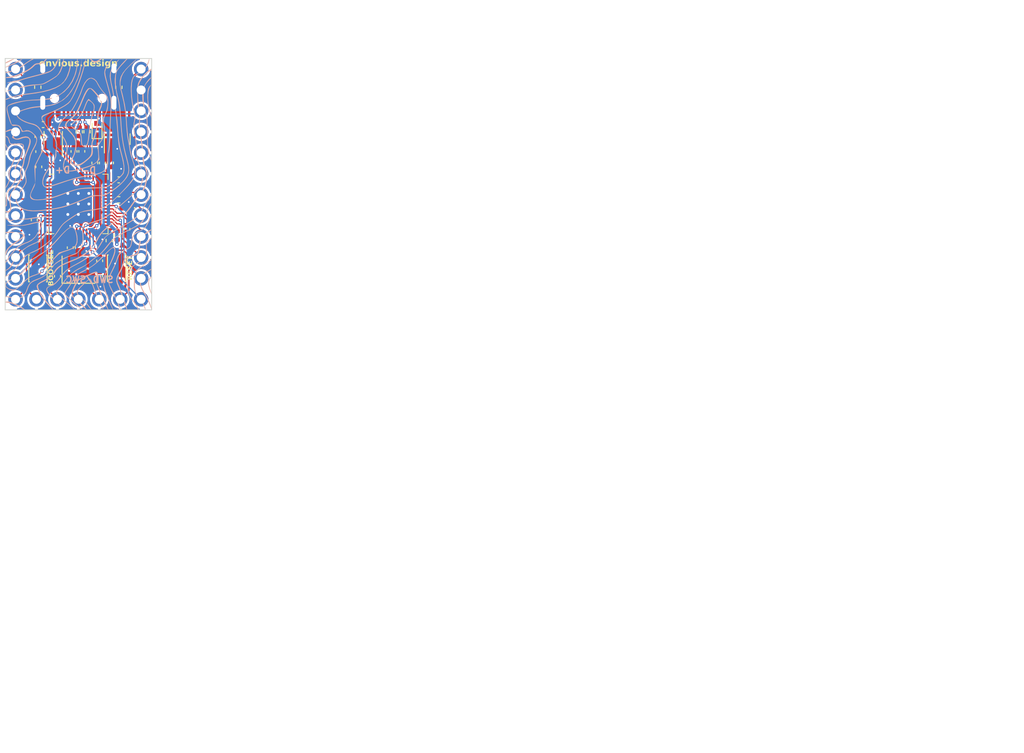
<source format=kicad_pcb>
(kicad_pcb (version 20221018) (generator pcbnew)
  (title_block (title "Env Open Pico") (date "2021-09-14") (rev "REV1") (company "Envious.Design"))
  (layers (0 "F.Cu" signal) (31 "B.Cu" signal) (34 "B.Paste" user) (35 "F.Paste" user) (36 "B.SilkS" user "B.Silkscreen") (37 "F.SilkS" user "F.Silkscreen") (38 "B.Mask" user) (39 "F.Mask" user) (44 "Edge.Cuts" user))
  (net 0 "")
  (net 1 "GND")
  (net 2 "VBUS")
  (net 3 "+1V1")
  (net 4 "/~{USB_BOOT}")
  (net 5 "/GPIO15")
  (net 6 "/GPIO14")
  (net 7 "/GPIO13")
  (net 8 "/GPIO12")
  (net 9 "/GPIO10")
  (net 10 "/GPIO9")
  (net 11 "/GPIO8")
  (net 12 "/GPIO7")
  (net 13 "/GPIO6")
  (net 14 "/GPIO5")
  (net 15 "/GPIO4")
  (net 16 "/GPIO3")
  (net 17 "/GPIO2")
  (net 18 "/GPIO1")
  (net 19 "/GPIO0")
  (net 20 "/GPIO25")
  (net 21 "/GPIO22")
  (net 22 "/GPIO21")
  (net 23 "/GPIO20")
  (net 24 "/GPIO19")
  (net 25 "/GPIO18")
  (net 26 "/GPIO17")
  (net 27 "/GPIO16")
  (net 28 "/RUN")
  (net 29 "/SWD")
  (net 30 "/SWCLK")
  (net 31 "/QSPI_SS")
  (net 32 "Net-(U3-XIN)")
  (net 33 "Net-(GPIO25_LED1-A)")
  (net 34 "/QSPI_SD3")
  (net 35 "/QSPI_SCLK")
  (net 36 "/QSPI_SD0")
  (net 37 "/QSPI_SD2")
  (net 38 "/QSPI_SD1")
  (net 39 "Net-(U3-USB_DP)")
  (net 40 "Net-(U3-USB_DM)")
  (net 41 "USB_D+")
  (net 42 "USB_D-")
  (net 43 "+3V3")
  (net 44 "Net-(C2-Pad1)")
  (net 45 "/GPIO23")
  (net 46 "/GPIO11")
  (net 47 "/GPIO29_ADC3")
  (net 48 "/GPIO28_ADC2")
  (net 49 "/GPIO27_ADC1")
  (net 50 "/GPIO26_ADC0")
  (net 51 "/GPIO24")
  (net 52 "Net-(U3-XOUT)")
  (net 53 "VSYS")
  (net 54 "Net-(USB2-CC1)")
  (net 55 "Net-(USB2-CC2)")
  (footprint "RP2040_minimal:RP2040-QFN-56" (layer "F.Cu") (at 39.7 43.675)
    (fp_text reference "U3")
    (fp_text value "RP2040")
  )
  (footprint "Keebio-Parts:Elite-C" (layer "F.Cu") (at 39.7 41.275 -90)
    (fp_text reference "U2" hide)
    (fp_text value "Elite-C" hide)
  )
  (footprint "Capacitor_SMD:C_0402_1005Metric" (layer "F.Cu") (at 34.356 45.611 -90)
    (fp_text reference "C8")
    (fp_text value "100nf 0201")
  )
  (footprint "Resistor_SMD:R_0402_1005Metric" (layer "F.Cu") (at 44.6 43.175 180)
    (fp_text reference "GPIO25_RESISTOR1")
    (fp_text value "1K 0201")
  )
  (footprint "Resistor_SMD:R_0402_1005Metric" (layer "F.Cu") (at 43.45 48.12 -90)
    (fp_text reference "R102")
    (fp_text value "10k 0201")
  )
  (footprint "Package_TO_SOT_SMD:SOT-23" (layer "F.Cu") (at 44.425 35.8125 90)
    (fp_text reference "U1")
    (fp_text value "ZL6201A33S3")
  )
  (footprint "Capacitor_SMD:C_0402_1005Metric" (layer "F.Cu") (at 43.6 38.7 90)
    (fp_text reference "C4")
    (fp_text value "1uf 0201")
  )
  (footprint "Crystal:Crystal_SMD_3225-4Pin_3.2x2.5mm" (layer "F.Cu") (at 39.725 51.65)
    (fp_text reference "Y1")
    (fp_text value "3225-4P 12MHz")
  )
  (footprint "Capacitor_SMD:C_0402_1005Metric" (layer "F.Cu") (at 41.725 36.825 -90)
    (fp_text reference "C1")
    (fp_text value "1uf 0201")
  )
  (footprint "Capacitor_SMD:C_0402_1005Metric" (layer "F.Cu") (at 41.7 38.7 90)
    (fp_text reference "C3")
    (fp_text value "1uf 0201")
  )
  (footprint "Button_Switch_SMD:SW_SPST_CK_KXT3" (layer "F.Cu") (at 44.35 51.475 90)
    (fp_text reference "J1")
    (fp_text value "Button")
  )
  (footprint "Resistor_SMD:R_0402_1005Metric" (layer "F.Cu") (at 40.76 34.91 -90)
    (fp_text reference "R4")
    (fp_text value "27r 0201")
  )
  (footprint "Capacitor_SMD:C_0402_1005Metric" (layer "F.Cu") (at 39.701 48.982 -90)
    (fp_text reference "C7")
    (fp_text value "100nf 0201")
  )
  (footprint "Capacitor_SMD:C_0402_1005Metric" (layer "F.Cu") (at 45.59 46.74 -90)
    (fp_text reference "C11")
    (fp_text value "100nf 0201")
  )
  (footprint "Capacitor_SMD:C_0402_1005Metric" (layer "F.Cu") (at 38.72 48.981 -90)
    (fp_text reference "C18")
    (fp_text value "100nf 0201")
  )
  (footprint "Capacitor_SMD:C_0402_1005Metric" (layer "F.Cu") (at 42.28 52.4 -90)
    (fp_text reference "C2")
    (fp_text value "22pF 0402")
  )
  (footprint "Capacitor_SMD:C_0402_1005Metric" (layer "F.Cu") (at 34.9 37.325 90)
    (fp_text reference "R2")
    (fp_text value "10K 0201")
  )
  (footprint "Resistor_SMD:R_0402_1005Metric" (layer "F.Cu") (at 39.81 34.92 -90)
    (fp_text reference "R3")
    (fp_text value "27r 0201")
  )
  (footprint "Resistor_SMD:R_0402_1005Metric" (layer "F.Cu") (at 34.78 29.51 90)
    (fp_text reference "R6")
    (fp_text value "5.1K 0201")
  )
  (footprint "Capacitor_SMD:C_0402_1005Metric" (layer "F.Cu") (at 42.29 50.575 90)
    (fp_text reference "R7")
    (fp_text value "1K 0201")
  )
  (footprint "Capacitor_SMD:C_0402_1005Metric" (layer "F.Cu") (at 40.12 37.29 90)
    (fp_text reference "C13")
    (fp_text value "100nf 0201")
  )
  (footprint "Diode_SMD:D_SOD-523" (layer "F.Cu") (at 41.975 34.6 90)
    (fp_text reference "D1")
    (fp_text value "SOD-523 General")
  )
  (footprint "Capacitor_SMD:C_0402_1005Metric" (layer "F.Cu") (at 34.9 39.175 90)
    (fp_text reference "C15")
    (fp_text value "100nf 0201")
  )
  (footprint "Package_SON:SON-8-1EP_3x2mm_P0.5mm_EP1.4x1.6mm" (layer "F.Cu") (at 36.65 36.375 90)
    (fp_text reference "FLASH1")
    (fp_text value "W25Q16JVUXIQ")
  )
  (footprint "LED_SMD:LED_0402_1005Metric" (layer "F.Cu") (at 45.45 44.15 180)
    (fp_text reference "GPIO25_LED1")
    (fp_text value "LED 0201")
  )
  (footprint "HRO-TYPE-C31-M-12:HRO-TYPE-C-31-M-12" (layer "F.Cu") (at 39.7 24.615 180)
    (fp_text reference "USB2")
    (fp_text value "HRO-TYPE-C-31-M-12")
  )
  (footprint "Capacitor_SMD:C_0402_1005Metric" (layer "F.Cu") (at 37.17 52.44 -90)
    (fp_text reference "C19")
    (fp_text value "22pf 0402")
  )
  (footprint "Resistor_SMD:R_0402_1005Metric" (layer "F.Cu") (at 44.41 47.5 90)
    (fp_text reference "R101")
    (fp_text value "5.6k 0201")
  )
  (footprint "Resistor_SMD:R_0402_1005Metric" (layer "F.Cu") (at 44.62 29.52 90)
    (fp_text reference "R5")
    (fp_text value "5.1K 0201")
  )
  (footprint "Capacitor_SMD:C_0402_1005Metric" (layer "F.Cu") (at 34.8 35.5 90)
    (fp_text reference "R1")
    (fp_text value "1K 0201")
  )
  (footprint "Button_Switch_SMD:SW_SPST_CK_KXT3" (layer "F.Cu") (at 34.8 51.5 90)
    (fp_text reference "J2")
    (fp_text value "Button")
  )
  (footprint "Capacitor_SMD:C_0402_1005Metric" (layer "F.Cu") (at 39.175 37.3 90)
    (fp_text reference "C6")
    (fp_text value "100nf 0201")
  )
  (footprint "Capacitor_SMD:C_0402_1005Metric" (layer "F.Cu") (at 44.6 40.75)
    (fp_text reference "C14")
    (fp_text value "100nf 0201")
  )
  (footprint "Capacitor_SMD:C_0402_1005Metric" (layer "F.Cu") (at 42.625 38.7 90)
    (fp_text reference "C10")
    (fp_text value "1uf 0201")
  )
  (footprint "Capacitor_SMD:C_0402_1005Metric" (layer "F.Cu") (at 35.425 34.05)
    (fp_text reference "C5")
    (fp_text value "100nf 0201")
  )
  (footprint "EnvExtras:CustomTestPoint" (layer "B.Cu") (at 38.5 35.55 -90)
    (fp_text reference "TP1")
    (fp_text value "TestPoint")
  )
  (footprint "EnvExtras:CustomTestPoint" (layer "B.Cu") (at 39.7 51.075)
    (fp_text reference "TP101")
    (fp_text value "TestPoint")
  )
  (footprint "EnvExtras:CustomTestPoint" (layer "B.Cu") (at 40.9 35.55 -90)
    (fp_text reference "TP2")
    (fp_text value "TestPoint")
  )
  (footprint "EnvExtras:CustomTestPoint" (layer "B.Cu") (at 42 51.075)
    (fp_text reference "TP103")
    (fp_text value "TestPoint")
  )
  (footprint "EnvExtras:pattern" (layer "B.Cu") (at 39.7 41.275 180)
    (fp_text reference "G***")
    (fp_text value "LOGO" hide)
  )
  (gr_line (start 48.6 56.525) (end 30.825 56.525) (stroke (width 0.1)) (layer "Edge.Cuts"))
  (gr_line (start 35.04696 26.028128) (end 48.6 26.025) (stroke (width 0.1)) (layer "Edge.Cuts"))
  (gr_line (start 30.825 56.525) (end 30.825 26.025) (stroke (width 0.1)) (layer "Edge.Cuts"))
  (gr_line (start 30.825 26.025) (end 35.04696 26.028128) (stroke (width 0.1)) (layer "Edge.Cuts"))
  (gr_line (start 48.6 26.025) (end 48.6 56.525) (stroke (width 0.1)) (layer "Edge.Cuts"))
  (gr_text "SWD/SWC" (at 41.05 52.85) (layer "B.SilkS") (effects (font (size 0.8 0.8) (thickness 0.153)) (justify mirror)))
  (gr_text "D+" (at 37.8 39.55) (layer "B.SilkS") (effects (font (size 0.8 0.8) (thickness 0.153)) (justify mirror)))
  (gr_text "D-" (at 40.95 39.6) (layer "B.SilkS") (effects (font (size 0.8 0.8) (thickness 0.153)) (justify mirror)))
  (gr_text "BOOTSEL" (at 36.4 51.45 90) (layer "F.SilkS") (effects (font (size 0.6 0.6) (thickness 0.15) bold)))
  (gr_text "RESET" (at 45.975 51.45 90) (layer "F.SilkS") (effects (font (size 0.6 0.6) (thickness 0.15) bold)))
  (gr_text "envious.design" (at 39.71 26.64) (layer "F.SilkS") (effects (font (size 0.8 0.8) (thickness 0.153) bold)))
  (segment (start 38.7 47.1125) (end 38.7 46.339) (width 0.15) (layer "F.Cu") (net 1))
  (segment (start 35.7 39.55) (end 35.7 39.495) (width 0.15) (layer "F.Cu") (net 1))
  (segment (start 39.7755 53.3595) (end 39.6761 53.4589) (width 0.15) (layer "F.Cu") (net 1))
  (segment (start 37.2379 53.4589) (end 37.17 53.391) (width 0.15) (layer "F.Cu") (net 1))
  (segment (start 39.7755 53.3595) (end 39.87 53.265) (width 0.15) (layer "F.Cu") (net 1))
  (segment (start 37.17 53.391) (end 37.17 52.92) (width 0.15) (layer "F.Cu") (net 1))
  (segment (start 38.7 46.339) (end 38.707 46.332) (width 0.15) (layer "F.Cu") (net 1))
  (segment (start 39.6761 53.4589) (end 37.2379 53.4589) (width 0.15) (layer "F.Cu") (net 1))
  (segment (start 35.7 39.495) (end 34.9 38.695) (width 0.15) (layer "F.Cu") (net 1))
  (via (at 42.56 36.763) (size 0.4) (drill 0.2) (layers "F.Cu" "B.Cu") (net 1))
  (via (at 36.54 33.76) (size 0.4) (drill 0.2) (layers "F.Cu" "B.Cu") (net 1))
  (via (at 38.85 34) (size 0.4) (drill 0.2) (layers "F.Cu" "B.Cu") (net 1))
  (via (at 44.152 50.906) (size 0.4) (drill 0.2) (layers "F.Cu" "B.Cu") (net 1))
  (via (at 37.5 38.39) (size 0.4) (drill 0.2) (layers "F.Cu" "B.Cu") (net 1))
  (via (at 42.381 53.711) (size 0.4) (drill 0.2) (layers "F.Cu" "B.Cu") (net 1))
  (via (at 38.707 46.332) (size 0.4) (drill 0.2) (layers "F.Cu" "B.Cu") (net 1))
  (via (at 45.817 43.429) (size 0.4) (drill 0.2) (layers "F.Cu" "B.Cu") (net 1))
  (via (at 42.613 47.97) (size 0.4) (drill 0.2) (layers "F.Cu" "B.Cu") (net 1))
  (via (at 40.667 49.375) (size 0.4) (drill 0.2) (layers "F.Cu" "B.Cu") (net 1))
  (via (at 39.7755 53.3595) (size 0.4) (drill 0.2) (layers "F.Cu" "B.Cu") (net 1))
  (via (at 44.421 36.987) (size 0.4) (drill 0.2) (layers "F.Cu" "B.Cu") (net 1))
  (via (at 46.013 47.993) (size 0.4) (drill 0.2) (layers "F.Cu" "B.Cu") (net 1))
  (via (at 44.892 39.412) (size 0.4) (drill 0.2) (layers "F.Cu" "B.Cu") (net 1))
  (via (at 34.907 51.003) (size 0.4) (drill 0.2) (layers "F.Cu" "B.Cu") (net 1))
  (via (at 33.767 47.406) (size 0.4) (drill 0.2) (layers "F.Cu" "B.Cu") (net 1))
  (via (at 45.934 50.144) (size 0.4) (drill 0.2) (layers "F.Cu" "B.Cu") (net 1))
  (via (at 35.7 39.55) (size 0.4) (drill 0.2) (layers "F.Cu" "B.Cu") (net 1))
  (segment (start 44.37 48.57) (end 44.37 48.05) (width 0.4) (layer "F.Cu") (net 2))
  (segment (start 37.25 33.36) (end 37.25 32.31) (width 0.4) (layer "F.Cu") (net 2))
  (segment (start 42.21 33.32) (end 42.21 33.665) (width 0.4) (layer "F.Cu") (net 2))
  (segment (start 42.21 33.665) (end 41.975 33.9) (width 0.4) (layer "F.Cu") (net 2))
  (segment (start 42.21 33.32) (end 42.21 32.37) (width 0.4) (layer "F.Cu") (net 2))
  (segment (start 42.21 32.37) (end 42.15 32.31) (width 0.4) (layer "F.Cu") (net 2))
  (segment (start 44.37 48.05) (end 44.41 48.01) (width 0.4) (layer "F.Cu") (net 2))
  (via (at 44.37 48.57) (size 0.4) (drill 0.2) (layers "F.Cu" "B.Cu") (net 2))
  (via (at 42.21 33.32) (size 0.4) (drill 0.2) (layers "F.Cu" "B.Cu") (net 2))
  (via (at 37.25 33.36) (size 0.4) (drill 0.2) (layers "F.Cu" "B.Cu") (net 2))
  (segment (start 37.4409 33.1691) (end 37.25 33.36) (width 0.4) (layer "B.Cu") (net 2))
  (segment (start 43.35 34.87) (end 42.21 33.73) (width 0.4) (layer "B.Cu") (net 2))
  (segment (start 43.35 46.05) (end 43.35 34.87) (width 0.4) (layer "B.Cu") (net 2))
  (segment (start 44.37 48.57) (end 44.37 47.07) (width 0.4) (layer "B.Cu") (net 2))
  (segment (start 42.21 33.73) (end 42.21 33.32) (width 0.4) (layer "B.Cu") (net 2))
  (segment (start 44.37 47.07) (end 43.35 46.05) (width 0.4) (layer "B.Cu") (net 2))
  (segment (start 42.0591 33.1691) (end 37.4409 33.1691) (width 0.4) (layer "B.Cu") (net 2))
  (segment (start 42.21 33.32) (end 42.0591 33.1691) (width 0.4) (layer "B.Cu") (net 2))
  (segment (start 41.5 39.38) (end 41.7 39.18) (width 0.15) (layer "F.Cu") (net 3))
  (segment (start 40.3 46.575) (end 40.3 47.1125) (width 0.15) (layer "F.Cu") (net 3))
  (segment (start 40.3 47.903) (end 39.701 48.502) (width 0.15) (layer "F.Cu") (net 3))
  (segment (start 41.5 40.2375) (end 41.5 41.05) (width 0.15) (layer "F.Cu") (net 3))
  (segment (start 39.175 38.875) (end 39.175 37.78) (width 0.15) (layer "F.Cu") (net 3))
  (segment (start 39.5 40.2375) (end 39.5 39.75) (width 0.15) (layer "F.Cu") (net 3))
  (segment (start 39.5 39.2) (end 39.175 38.875) (width 0.15) (layer "F.Cu") (net 3))
  (segment (start 39.5 39.75) (end 39.5 39.2) (width 0.15) (layer "F.Cu") (net 3))
  (segment (start 40.6 46.275) (end 40.3 46.575) (width 0.15) (layer "F.Cu") (net 3))
  (segment (start 39.5 40.2375) (end 39.5 41.05) (width 0.15) (layer "F.Cu") (net 3))
  (segment (start 39.5 39.75) (end 39.5 40.2375) (width 0.15) (layer "F.Cu") (net 3))
  (segment (start 40.3 47.1125) (end 40.3 47.903) (width 0.15) (layer "F.Cu") (net 3))
  (segment (start 41.5 40.2375) (end 41.5 39.38) (width 0.15) (layer "F.Cu") (net 3))
  (via (at 40.6 46.275) (size 0.4) (drill 0.2) (layers "F.Cu" "B.Cu") (net 3))
  (via (at 39.5 41.05) (size 0.4) (drill 0.2) (layers "F.Cu" "B.Cu") (net 3))
  (via (at 41.5 41.05) (size 0.4) (drill 0.2) (layers "F.Cu" "B.Cu") (net 3))
  (segment (start 41.225 46.275) (end 40.6 46.275) (width 0.15) (layer "B.Cu") (net 3))
  (segment (start 41.675 45.825) (end 41.225 46.275) (width 0.15) (layer "B.Cu") (net 3))
  (segment (start 41.675 41.225) (end 41.675 45.825) (width 0.15) (layer "B.Cu") (net 3))
  (segment (start 41.5 41.05) (end 41.675 41.225) (width 0.15) (layer "B.Cu") (net 3))
  (segment (start 39.5 41.05) (end 41.5 41.05) (width 0.15) (layer "B.Cu") (net 3))
  (segment (start 35.2928 51.828) (end 34.8 52.3208) (width 0.15) (layer "F.Cu") (net 4))
  (segment (start 34.8 52.3208) (end 34.8 53.125) (width 0.15) (layer "F.Cu") (net 4))
  (segment (start 34.8 35.02) (end 34.9317 35.02) (width 0.15) (layer "F.Cu") (net 4))
  (segment (start 34.9317 35.02) (end 35.5078 35.5961) (width 0.15) (layer "F.Cu") (net 4))
  (via (at 35.5078 35.5961) (size 0.4) (drill 0.2) (layers "F.Cu" "B.Cu") (net 4))
  (via (at 35.2928 51.828) (size 0.4) (drill 0.2) (layers "F.Cu" "B.Cu") (net 4))
  (segment (start 36.45 37.95) (end 36.45 40.5) (width 0.15) (layer "B.Cu") (net 4))
  (segment (start 36.45 40.5) (end 36.1523 40.7977) (width 0.15) (layer "B.Cu") (net 4))
  (segment (start 36.1523 40.7977) (end 36.1523 50.9685) (width 0.15) (layer "B.Cu") (net 4))
  (segment (start 35.5078 37.0078) (end 36.45 37.95) (width 0.15) (layer "B.Cu") (net 4))
  (segment (start 36.1523 50.9685) (end 35.2928 51.828) (width 0.15) (layer "B.Cu") (net 4))
  (segment (start 35.5078 35.5961) (end 35.5078 37.0078) (width 0.15) (layer "B.Cu") (net 4))
  (segment (start 36.5868 53.2393) (end 36.5868 49.363728) (width 0.15) (layer "F.Cu") (net 5))
  (segment (start 37.1064 53.7589) (end 36.5868 53.2393) (width 0.15) (layer "F.Cu") (net 5))
  (segment (start 38.779264 53.9) (end 38.638164 53.7589) (width 0.15) (layer "F.Cu") (net 5))
  (segment (start 38.638164 53.7589) (end 37.1064 53.7589) (width 0.15) (layer "F.Cu") (net 5))
  (segment (start 40.895 53.9) (end 38.779264 53.9) (width 0.15) (layer "F.Cu") (net 5))
  (segment (start 38.3 47.650528) (end 38.3 47.1125) (width 0.15) (layer "F.Cu") (net 5))
  (segment (start 42.24 55.245) (end 40.895 53.9) (width 0.15) (layer "F.Cu") (net 5))
  (segment (start 36.5868 49.363728) (end 38.3 47.650528) (width 0.15) (layer "F.Cu") (net 5))
  (segment (start 38.5139 54.0589) (end 36.9476 54.0589) (width 0.15) (layer "F.Cu") (net 6))
  (segment (start 36.2443 49.281964) (end 37.9 47.626264) (width 0.15) (layer "F.Cu") (net 6))
  (segment (start 39.7 55.245) (end 38.5139 54.0589) (width 0.15) (layer "F.Cu") (net 6))
  (segment (start 36.9476 54.0589) (end 36.2443 53.3556) (width 0.15) (layer "F.Cu") (net 6))
  (segment (start 37.9 47.626264) (end 37.9 47.1125) (width 0.15) (layer "F.Cu") (net 6))
  (segment (start 36.2443 53.3556) (end 36.2443 49.281964) (width 0.15) (layer "F.Cu") (net 6))
  (segment (start 37.16 55.245) (end 35.941 54.026) (width 0.15) (layer "F.Cu") (net 7))
  (segment (start 35.941 49.161) (end 37.5 47.602) (width 0.15) (layer "F.Cu") (net 7))
  (segment (start 35.941 54.026) (end 35.941 49.161) (width 0.15) (layer "F.Cu") (net 7))
  (segment (start 37.5 47.602) (end 37.5 47.1125) (width 0.15) (layer "F.Cu") (net 7))
  (segment (start 35.703764 47.1125) (end 33.709 49.107264) (width 0.15) (layer "F.Cu") (net 8))
  (segment (start 33.709 54.334) (end 34.62 55.245) (width 0.15) (layer "F.Cu") (net 8))
  (segment (start 37.1 47.1125) (end 35.703764 47.1125) (width 0.15) (layer "F.Cu") (net 8))
  (segment (start 33.709 49.107264) (end 33.709 54.334) (width 0.15) (layer "F.Cu") (net 8))
  (segment (start 33.409 53.916) (end 32.08 55.245) (width 0.15) (layer "F.Cu") (net 10))
  (segment (start 35.109 47.283) (end 33.409 48.983) (width 0.15) (layer "F.Cu") (net 10))
  (segment (start 35.109 46.072) (end 35.109 47.283) (width 0.15) (layer "F.Cu") (net 10))
  (segment (start 33.409 48.983) (end 33.409 53.916) (width 0.15) (layer "F.Cu") (net 10))
  (segment (start 36.2625 45.475) (end 35.706 45.475) (width 0.15) (layer "F.Cu") (net 10))
  (segment (start 35.706 45.475) (end 35.109 46.072) (width 0.15) (layer "F.Cu") (net 10))
  (segment (start 35.132 45.154) (end 35.211 45.075) (width 0.15) (layer "F.Cu") (net 11))
  (segment (start 35.211 45.075) (end 36.2625 45.075) (width 0.15) (layer "F.Cu") (net 11))
  (via (at 35.132 45.154) (size 0.4) (drill 0.2) (layers "F.Cu" "B.Cu") (net 11))
  (segment (start 35.132 45.154) (end 35.1911 45.2131) (width 0.15) (layer "B.Cu") (net 11))
  (segment (start 35.1911 45.2131) (end 35.1911 49.5939) (width 0.15) (layer "B.Cu") (net 11))
  (segment (start 35.1911 49.5939) (end 32.08 52.705) (width 0.15) (layer "B.Cu") (net 11))
  (segment (start 33.897264 44.275) (end 33.656 44.516264) (width 0.15) (layer "F.Cu") (net 12))
  (segment (start 33.656 46.56) (end 33.264 46.952) (width 0.15) (layer "F.Cu") (net 12))
  (segment (start 36.2625 44.275) (end 33.897264 44.275) (width 0.15) (layer "F.Cu") (net 12))
  (segment (start 32.08 49.887736) (end 32.08 50.165) (width 0.15) (layer "F.Cu") (net 12))
  (segment (start 33.264 46.952) (end 33.264 48.703736) (width 0.15) (layer "F.Cu") (net 12))
  (segment (start 33.656 44.516264) (end 33.656 46.56) (width 0.15) (layer "F.Cu") (net 12))
  (segment (start 33.264 48.703736) (end 32.08 49.887736) (width 0.15) (layer "F.Cu") (net 12))
  (segment (start 36.2625 43.875) (end 36.2356 43.8481) (width 0.15) (layer "F.Cu") (net 13))
  (segment (start 33.356 46.349) (end 32.08 47.625) (width 0.15) (layer "F.Cu") (net 13))
  (segment (start 33.356 44.392) (end 33.356 46.349) (width 0.15) (layer "F.Cu") (net 13))
  (segment (start 33.8999 43.8481) (end 33.356 44.392) (width 0.15) (layer "F.Cu") (net 13))
  (segment (start 36.2356 43.8481) (end 33.8999 43.8481) (width 0.15) (layer "F.Cu") (net 13))
  (segment (start 33.69 43.475) (end 36.2625 43.475) (width 0.15) (layer "F.Cu") (net 14))
  (segment (start 32.08 45.085) (end 33.69 43.475) (width 0.15) (layer "F.Cu") (net 14))
  (segment (start 32.61 43.075) (end 36.2625 43.075) (width 0.15) (layer "F.Cu") (net 15))
  (segment (start 32.08 42.545) (end 32.61 43.075) (width 0.15) (layer "F.Cu") (net 15))
  (segment (start 34.75 42.675) (end 36.2625 42.675) (width 0.15) (layer "F.Cu") (net 16))
  (segment (start 32.08 40.005) (end 34.75 42.675) (width 0.15) (layer "F.Cu") (net 16))
  (segment (start 33.6001 40.9701) (end 34.905 42.275) (width 0.15) (layer "F.Cu") (net 17))
  (segment (start 33.6001 38.9851) (end 33.6001 40.9701) (width 0.15) (layer "F.Cu") (net 17))
  (segment (start 32.08 37.465) (end 33.6001 38.9851) (width 0.15) (layer "F.Cu") (net 17))
  (segment (start 34.905 42.275) (end 36.2625 42.275) (width 0.15) (layer "F.Cu") (net 17))
  (segment (start 32.08 29.845) (end 33.5262 31.2912) (width 0.15) (layer "F.Cu") (net 18))
  (segment (start 33.9001 40.845836) (end 34.929264 41.875) (width 0.15) (layer "F.Cu") (net 18))
  (segment (start 34.929264 41.875) (end 36.2625 41.875) (width 0.15) (layer "F.Cu") (net 18))
  (segment (start 33.9001 38.4884) (end 33.9001 40.845836) (width 0.15) (layer "F.Cu") (net 18))
  (segment (start 33.5262 38.1145) (end 33.9001 38.4884) (width 0.15) (layer "F.Cu") (net 18))
  (segment (start 33.5262 31.2912) (end 33.5262 38.1145) (width 0.15) (layer "F.Cu") (net 18))
  (segment (start 33.8262 37.9184) (end 33.8262 29.0512) (width 0.15) (layer "F.Cu") (net 19))
  (segment (start 33.8262 29.0512) (end 32.08 27.305) (width 0.15) (layer "F.Cu") (net 19))
  (segment (start 34.2001 40.721572) (end 34.2001 38.2923) (width 0.15) (layer "F.Cu") (net 19))
  (segment (start 34.953528 41.475) (end 34.2001 40.721572) (width 0.15) (layer "F.Cu") (net 19))
  (segment (start 36.2625 41.475) (end 34.953528 41.475) (width 0.15) (layer "F.Cu") (net 19))
  (segment (start 34.2001 38.2923) (end 33.8262 37.9184) (width 0.15) (layer "F.Cu") (net 19))
  (segment (start 43.99 43.075) (end 44.09 43.175) (width 0.15) (layer "F.Cu") (net 20))
  (segment (start 43.1375 43.075) (end 43.99 43.075) (width 0.15) (layer "F.Cu") (net 20))
  (segment (start 45.26 44.81) (end 47.32 46.87) (width 0.15) (layer "F.Cu") (net 21))
  (segment (start 43.1375 44.275) (end 43.864964 44.275) (width 0.15) (layer "F.Cu") (net 21))
  (segment (start 47.32 46.87) (end 47.32 47.625) (width 0.15) (layer "F.Cu") (net 21))
  (segment (start 43.864964 44.275) (end 44.399964 44.81) (width 0.15) (layer "F.Cu") (net 21))
  (segment (start 44.399964 44.81) (end 45.26 44.81) (width 0.15) (layer "F.Cu") (net 21))
  (segment (start 43.8165 45.075) (end 43.1375 45.075) (width 0.15) (layer "F.Cu") (net 22))
  (segment (start 44.8055 45.67) (end 44.4115 45.67) (width 0.15) (layer "F.Cu") (net 22))
  (segment (start 44.4115 45.67) (end 43.8165 45.075) (width 0.15) (layer "F.Cu") (net 22))
  (via (at 44.8055 45.67) (size 0.4) (drill 0.2) (layers "F.Cu" "B.Cu") (net 22))
  (segment (start 44.8055 45.67) (end 44.93 45.7945) (width 0.15) (layer "B.Cu") (net 22))
  (segment (start 44.93 45.7945) (end 44.93 52.855) (width 0.15) (layer "B.Cu") (net 22))
  (segment (start 44.93 52.855) (end 47.32 55.245) (width 0.15) (layer "B.Cu") (net 22))
  (segment (start 44.735 46.095) (end 45 46.36) (width 0.15) (layer "F.Cu") (net 23))
  (segment (start 45 47.845) (end 47.32 50.165) (width 0.15) (layer "F.Cu") (net 23))
  (segment (start 44.4122 46.095) (end 44.735 46.095) (width 0.15) (layer "F.Cu") (net 23))
  (segment (start 43.1375 45.475) (end 43.7922 45.475) (width 0.15) (layer "F.Cu") (net 23))
  (segment (start 43.7922 45.475) (end 44.4122 46.095) (width 0.15) (layer "F.Cu") (net 23))
  (segment (start 45 46.36) (end 45 47.845) (width 0.15) (layer "F.Cu") (net 23))
  (segment (start 43.767936 45.875) (end 44.41 46.517064) (width 0.15) (layer "F.Cu") (net 24))
  (segment (start 43.45 47.61) (end 44.07 46.99) (width 0.15) (layer "F.Cu") (net 24))
  (segment (start 44.07 46.99) (end 44.41 46.99) (width 0.15) (layer "F.Cu") (net 24))
  (segment (start 44.41 46.517064) (end 44.41 46.99) (width 0.15) (layer "F.Cu") (net 24))
  (segment (start 43.1375 45.875) (end 43.767936 45.875) (width 0.15) (layer "F.Cu") (net 24))
  (segment (start 44.78 55.245) (end 45.84 54.185) (width 0.15) (layer "F.Cu") (net 27))
  (segment (start 45.509 49.6113) (end 45.1825 49.2848) (width 0.15) (layer "F.Cu") (net 27))
  (segment (start 45.1825 49.2848) (end 43.2259 49.2848) (width 0.15) (layer "F.Cu") (net 27))
  (segment (start 45.84 51.35) (end 45.509 51.019) (width 0.15) (layer "F.Cu") (net 27))
  (segment (start 45.509 51.019) (end 45.509 49.6113) (width 0.15) (layer "F.Cu") (net 27))
  (segment (start 43.2259 49.2848) (end 41.9 47.9589) (width 0.15) (layer "F.Cu") (net 27))
  (segment (start 45.84 54.185) (end 45.84 51.35) (width 0.15) (layer "F.Cu") (net 27))
  (segment (start 41.9 47.9589) (end 41.9 47.1125) (width 0.15) (layer "F.Cu") (net 27))
  (segment (start 43.08 49.616459) (end 41.5 48.036459) (width 0.15) (layer "F.Cu") (net 28))
  (segment (start 41.736091 46.45) (end 41.5 46.686091) (width 0.15) (layer "F.Cu") (net 28))
  (segment (start 41.924316 46.3255) (end 41.799816 46.45) (width 0.15) (layer "F.Cu") (net 28))
  (segment (start 43.08 51.3281) (end 43.08 49.616459) (width 0.15) (layer "F.Cu") (net 28))
  (segment (start 41.799816 46.45) (end 41.736091 46.45) (width 0.15) (layer "F.Cu") (net 28))
  (segment (start 41.5 46.686091) (end 41.5 47.1125) (width 0.15) (layer "F.Cu") (net 28))
  (segment (start 41.5 48.036459) (end 41.5 47.1125) (width 0.15) (layer "F.Cu") (net 28))
  (segment (start 44.35 53.1) (end 44.35 52.5981) (width 0.15) (layer "F.Cu") (net 28))
  (segment (start 44.35 52.5981) (end 43.08 51.3281) (width 0.15) (layer "F.Cu") (net 28))
  (via (at 41.924316 46.3255) (size 0.4) (drill 0.2) (layers "F.Cu" "B.Cu") (net 28))
  (segment (start 42.3 45.949816) (end 42.3 41) (width 0.15) (layer "B.Cu") (net 28))
  (segment (start 41.4 40.1) (end 40.4 40.1) (width 0.15) (layer "B.Cu") (net 28))
  (segment (start 36.6059 32.7441) (end 46.9609 32.7441) (width 0.15) (layer "B.Cu") (net 28))
  (segment (start 41.924316 46.3255) (end 42.3 45.949816) (width 0.15) (layer "B.Cu") (net 28))
  (segment (start 36.063 33.287) (end 36.6059 32.7441) (width 0.15) (layer "B.Cu") (net 28))
  (segment (start 36.95 36.65) (end 36.95 35.15) (width 0.15) (layer "B.Cu") (net 28))
  (segment (start 40.4 40.1) (end 36.95 36.65) (width 0.15) (layer "B.Cu") (net 28))
  (segment (start 42.3 41) (end 41.4 40.1) (width 0.15) (layer "B.Cu") (net 28))
  (segment (start 36.063 34.263) (end 36.063 33.287) (width 0.15) (layer "B.Cu") (net 28))
  (segment (start 46.9609 32.7441) (end 47.32 32.385) (width 0.15) (layer "B.Cu") (net 28))
  (segment (start 36.95 35.15) (end 36.063 34.263) (width 0.15) (layer "B.Cu") (net 28))
  (segment (start 41.42 49.5124) (end 41.1 49.1924) (width 0.15) (layer "F.Cu") (net 29))
  (segment (start 41.1 49.1924) (end 41.1 47.1125) (width 0.15) (layer "F.Cu") (net 29))
  (via (at 41.42 49.5124) (size 0.4) (drill 0.2) (layers "F.Cu" "B.Cu") (net 29))
  (segment (start 42 50.0924) (end 42 51.075) (width 0.15) (layer "B.Cu") (net 29))
  (segment (start 41.42 49.5124) (end 42 50.0924) (width 0.15) (layer "B.Cu") (net 29))
  (segment (start 40.7 47.1125) (end 40.7 48.37) (width 0.15) (layer "F.Cu") (net 30))
  (segment (start 40.7 48.37) (end 40.581 48.489) (width 0.15) (layer "F.Cu") (net 30))
  (via (at 40.581 48.489) (size 0.4) (drill 0.2) (layers "F.Cu" "B.Cu") (net 30))
  (segment (start 39.7 49.37) (end 39.7 51.075) (width 0.15) (layer "B.Cu") (net 30))
  (segment (start 40.581 48.489) (end 39.7 49.37) (width 0.15) (layer "B.Cu") (net 30))
  (segment (start 37.1 39.5985) (end 35.9 38.3985) (width 0.15) (layer "F.Cu") (net 31))
  (segment (start 34.9 36.845) (end 34.9 36.08) (width 0.15) (layer "F.Cu") (net 31))
  (segment (start 37.1 40.2375) (end 37.1 39.5985) (width 0.15) (layer "F.Cu") (net 31))
  (segment (start 35.9 38.3985) (end 35.9 37.6625) (width 0.15) (layer "F.Cu") (net 31))
  (segment (start 35.7175 37.6625) (end 34.9 36.845) (width 0.15) (layer "F.Cu") (net 31))
  (segment (start 34.9 36.08) (end 34.8 35.98) (width 0.15) (layer "F.Cu") (net 31))
  (segment (start 35.9 37.6625) (end 35.7175 37.6625) (width 0.15) (layer "F.Cu") (net 31))
  (segment (start 37.17 51.5501) (end 37.17 51.96) (width 0.15) (layer "F.Cu") (net 32))
  (segment (start 37.17 49.204792) (end 37.17 51.5501) (width 0.15) (layer "F.Cu") (net 32))
  (segment (start 39.1 47.538909) (end 38.863909 47.775) (width 0.15) (layer "F.Cu") (net 32))
  (segment (start 38.863909 47.775) (end 38.599792 47.775) (width 0.15) (layer "F.Cu") (net 32))
  (segment (start 37.71 52.5) (end 37.17 51.96) (width 0.15) (layer "F.Cu") (net 32))
  (segment (start 39.1 47.1125) (end 39.1 47.538909) (width 0.15) (layer "F.Cu") (net 32))
  (segment (start 38.599792 47.775) (end 37.17 49.204792) (width 0.15) (layer "F.Cu") (net 32))
  (segment (start 38.625 52.5) (end 37.71 52.5) (width 0.15) (layer "F.Cu") (net 32))
  (segment (start 45.11 43.175) (end 45.11 44.005) (width 0.15) (layer "F.Cu") (net 33))
  (segment (start 45.11 44.005) (end 44.965 44.15) (width 0.15) (layer "F.Cu") (net 33))
  (segment (start 36.8 34.225) (end 36.4 34.625) (width 0.15) (layer "F.Cu") (net 34))
  (segment (start 38.625 38.875) (end 38.625 35.0765) (width 0.15) (layer "F.Cu") (net 34))
  (segment (start 38.625 35.0765) (end 37.7735 34.225) (width 0.15) (layer "F.Cu") (net 34))
  (segment (start 36.4 34.625) (end 36.4 35.0875) (width 0.15) (layer "F.Cu") (net 34))
  (segment (start 37.7735 34.225) (end 36.8 34.225) (width 0.15) (layer "F.Cu") (net 34))
  (segment (start 39.1 40.2375) (end 39.1 39.35) (width 0.15) (layer "F.Cu") (net 34))
  (segment (start 39.1 39.35) (end 38.625 38.875) (width 0.15) (layer "F.Cu") (net 34))
  (segment (start 36.9 35.0875) (end 36.9 34.725) (width 0.15) (layer "F.Cu") (net 35))
  (segment (start 37.6493 34.525) (end 38.325 35.2007) (width 0.15) (layer "F.Cu") (net 35))
  (segment (start 37.1 34.525) (end 37.6493 34.525) (width 0.15) (layer "F.Cu") (net 35))
  (segment (start 36.9 34.725) (end 37.1 34.525) (width 0.15) (layer "F.Cu") (net 35))
  (segment (start 38.7 39.3743) (end 38.7 40.2375) (width 0.15) (layer "F.Cu") (net 35))
  (segment (start 38.325 38.9993) (end 38.7 39.3743) (width 0.15) (layer "F.Cu") (net 35))
  (segment (start 38.325 35.2007) (end 38.325 38.9993) (width 0.15) (layer "F.Cu") (net 35))
  (segment (start 37.7875 35.0875) (end 37.4 35.0875) (width 0.15) (layer "F.Cu") (net 36))
  (segment (start 38.025 39.1235) (end 38.025 35.325) (width 0.15) (layer "F.Cu") (net 36))
  (segment (start 38.3 40.2375) (end 38.3 39.3985) (width 0.15) (layer "F.Cu") (net 36))
  (segment (start 38.025 35.325) (end 37.7875 35.0875) (width 0.15) (layer "F.Cu") (net 36))
  (segment (start 38.3 39.3985) (end 38.025 39.1235) (width 0.15) (layer "F.Cu") (net 36))
  (segment (start 36.9 38.55) (end 36.9 37.6625) (width 0.15) (layer "F.Cu") (net 37))
  (segment (start 37.9 39.55) (end 36.9 38.55) (width 0.15) (layer "F.Cu") (net 37))
  (segment (start 37.9 40.2375) (end 37.9 39.55) (width 0.15) (layer "F.Cu") (net 37))
  (segment (start 36.4 37.6625) (end 36.4 38.4743) (width 0.15) (layer "F.Cu") (net 38))
  (segment (start 37.5 39.5743) (end 37.5 40.2375) (width 0.15) (layer "F.Cu") (net 38))
  (segment (start 36.4 38.4743) (end 37.5 39.5743) (width 0.15) (layer "F.Cu") (net 38))
  (segment (start 39.81 35.585) (end 39.81 35.43) (width 0.15) (layer "F.Cu") (net 39))
  (segment (start 40.7 40.2375) (end 40.7 39.32) (width 0.15) (layer "F.Cu") (net 39))
  (segment (start 40.7 39.32) (end 40.8 39.22) (width 0.15) (layer "F.Cu") (net 39))
  (segment (start 40.8 36.575) (end 39.81 35.585) (width 0.15) (layer "F.Cu") (net 39))
  (segment (start 40.8 39.22) (end 40.8 36.575) (width 0.15) (layer "F.Cu") (net 39))
  (segment (start 41.1 40.2375) (end 41.1 35.76) (width 0.15) (layer "F.Cu") (net 40))
  (segment (start 41.1 35.76) (end 40.76 35.42) (width 0.15) (layer "F.Cu") (net 40))
  (segment (start 38.95 33.25) (end 38.95 32.31) (width 0.15) (layer "F.Cu") (net 41))
  (segment (start 39.15 33.45) (end 38.95 33.25) (width 0.15) (layer "F.Cu") (net 41))
  (segment (start 39.81 34.41) (end 39.95 34.27) (width 0.15) (layer "F.Cu") (net 41))
  (segment (start 39.95 33.65) (end 39.95 33.2619) (width 0.15) (layer "F.Cu") (net 41))
  (segment (start 39.95 33.2619) (end 39.7619 33.45) (width 0.15) (layer "F.Cu") (net 41))
  (segment (start 39.7619 33.45) (end 39.15 33.45) (width 0.15) (layer "F.Cu") (net 41))
  (segment (start 39.95 33.65) (end 39.95 33.7445) (width 0.15) (layer "F.Cu") (net 41))
  (segment (start 39.95 34.27) (end 39.95 33.65) (width 0.15) (layer "F.Cu") (net 41))
  (segment (start 39.95 33.2619) (end 39.95 32.31) (width 0.15) (layer "F.Cu") (net 41))
  (via (at 39.95 33.7445) (size 0.4) (drill 0.2) (layers "F.Cu" "B.Cu") (net 41))
  (segment (start 39.95 33.7445) (end 39.675 34.0195) (width 0.15) (layer "B.Cu") (net 41))
  (segment (start 39.675 34.0195) (end 39.675 34.375) (width 0.15) (layer "B.Cu") (net 41))
  (segment (start 39.675 34.375) (end 38.5 35.55) (width 0.15) (layer "B.Cu") (net 41))
  (segment (start 39.45 31.3) (end 39.45 32.31) (width 0.15) (layer "F.Cu") (net 42))
  (segment (start 40.45 33.6) (end 40.45 33.6945) (width 0.15) (layer "F.Cu") (net 42))
  (segment (start 40.45 31.3) (end 40.25 31.1) (width 0.15) (layer "F.Cu") (net 42))
  (segment (start 40.45 32.31) (end 40.45 31.3) (width 0.15) (layer "F.Cu") (net 42))
  (segment (start 40.45 33.6) (end 40.45 32.31) (width 0.15) (layer "F.Cu") (net 42))
  (segment (start 40.76 34.4) (end 40.45 34.09) (width 0.15) (layer "F.Cu") (net 42))
  (segment (start 40.45 33.6945) (end 40.5 33.7445) (width 0.15) (layer "F.Cu") (net 42))
  (segment (start 39.65 31.1) (end 39.45 31.3) (width 0.15) (layer "F.Cu") (net 42))
  (segment (start 40.45 34.09) (end 40.45 33.6) (width 0.15) (layer "F.Cu") (net 42))
  (segment (start 40.25 31.1) (end 39.65 31.1) (width 0.15) (layer "F.Cu") (net 42))
  (via (at 40.5 33.7445) (size 0.4) (drill 0.2) (layers "F.Cu" "B.Cu") (net 42))
  (segment (start 40.9 34.1445) (end 40.9 35.55) (width 0.15) (layer "B.Cu") (net 42))
  (segment (start 40.5 33.7445) (end 40.9 34.1445) (width 0.15) (layer "B.Cu") (net 42))
  (segment (start 43.3575 39.18) (end 43.4788 39.18) (width 0.25) (layer "F.Cu") (net 43))
  (segment (start 43.4788 39.18) (end 43.6 39.18) (width 0.25) (layer "F.Cu") (net 43))
  (segment (start 47.2 34.925) (end 45.375 36.75) (width 0.25) (layer "F.Cu") (net 43))
  (segment (start 39.663909 47.775) (end 39.288173 47.775) (width 0.15) (layer "F.Cu") (net 43))
  (segment (start 40.025 40.1125) (end 39.9 40.2375) (width 0.15) (layer "F.Cu") (net 43))
  (segment (start 45.59 45.58) (end 45.23 45.22) (width 0.15) (layer "F.Cu") (net 43))
  (segment (start 40.025 39.9625) (end 40.025 40.1125) (width 0.15) (layer "F.Cu") (net 43))
  (segment (start 39.9 47.1125) (end 39.9 47.538909) (width 0.15) (layer "F.Cu") (net 43))
  (segment (start 38.72 48.343174) (end 39.006587 48.056587) (width 0.15) (layer "F.Cu") (net 43))
  (segment (start 43.1375 41.075) (end 43.795 41.075) (width 0.15) (layer "F.Cu") (net 43))
  (segment (start 45.23 45.22) (end 44.3857 45.22) (width 0.15) (layer "F.Cu") (net 43))
  (segment (start 39.288173 47.775) (end 39.006587 48.056587) (width 0.15) (layer "F.Cu") (net 43))
  (segment (start 34.905 39.655) (end 35.575 40.325) (width 0.15) (layer "F.Cu") (net 43))
  (segment (start 39.006587 48.056587) (end 38.585411 48.477762) (width 0.15) (layer "F.Cu") (net 43))
  (segment (start 40.025 39.05) (end 40.025 39.9625) (width 0.15) (layer "F.Cu") (net 43))
  (segment (start 42.625 39.495) (end 42.3 39.82) (width 0.3) (layer "F.Cu") (net 43))
  (segment (start 36.45 39.3728) (end 36.45 40.325) (width 0.15) (layer "F.Cu") (net 43))
  (segment (start 34.7851 44.7019) (end 36.2356 44.7019) (width 0.15) (layer "F.Cu") (net 43))
  (segment (start 39.9 47.538909) (end 39.663909 47.775) (width 0.15) (layer "F.Cu") (net 43))
  (segment (start 44.3857 45.22) (end 43.8407 44.675) (width 0.15) (layer "F.Cu") (net 43))
  (segment (start 35.575 40.325) (end 36.45 40.325) (width 0.15) (layer "F.Cu") (net 43))
  (segment (start 34.945 34.05) (end 34.945 34.1325) (width 0.15) (layer "F.Cu") (net 43))
  (segment (start 34.9 37.8228) (end 36.45 39.3728) (width 0.15) (layer "F.Cu") (net 43))
  (segment (start 36.2625 40.6875) (end 36.2625 41.075) (width 0.15) (layer "F.Cu") (net 43))
  (segment (start 43.8407 44.675) (end 43.1375 44.675) (width 0.15) (layer "F.Cu") (net 43))
  (segment (start 36.45 40.325) (end 36.45 40.5) (width 0.15) (layer "F.Cu") (net 43))
  (segment (start 34.9 37.805) (end 34.9 37.8228) (width 0.15) (layer "F.Cu") (net 43))
  (segment (start 34.705 37.805) (end 34.2 37.3) (width 0.15) (layer "F.Cu") (net 43))
  (segment (start 45.375 37.405) (end 45.375 36.75) (width 0.25) (layer "F.Cu") (net 43))
  (segment (start 40.025 39.05) (end 40.025 40.1125) (width 0.15) (layer "F.Cu") (net 43))
  (segment (start 42.3 39.82) (end 42.3 40.2375) (width 0.3) (layer "F.Cu") (net 43))
  (segment (start 34.9 39.655) (end 34.905 39.655) (width 0.15) (layer "F.Cu") (net 43))
  (segment (start 43.6 39.18) (end 45.375 37.405) (width 0.25) (layer "F.Cu") (net 43))
  (segment (start 38.72 48.501) (end 38.72 48.343174) (width 0.15) (layer "F.Cu") (net 43))
  (segment (start 34.9 37.805) (end 34.705 37.805) (width 0.15) (layer "F.Cu") (net 43))
  (segment (start 47.32 34.925) (end 47.2 34.925) (width 0.25) (layer "F.Cu") (net 43))
  (segment (start 40.025 37.865) (end 40.025 39.05) (width 0.15) (layer "F.Cu") (net 43))
  (segment (start 34.2 37.3) (end 34.2 34.5) (width 0.15) (layer "F.Cu") (net 43))
  (segment (start 34.2 34.5) (end 34.65 34.05) (width 0.15) (layer "F.Cu") (net 43))
  (segment (start 38.585411 48.477762) (end 38.585411 48.641589) (width 0.15) (layer "F.Cu") (net 43))
  (segment (start 34.945 34.1325) (end 35.9 35.0875) (width 0.15) (layer "F.Cu") (net 43))
  (segment (start 43.795 41.075) (end 44.12 40.75) (width 0.15) (layer "F.Cu") (net 43))
  (segment (start 40.12 37.77) (end 40.025 37.865) (width 0.15) (layer "F.Cu") (net 43))
  (segment (start 36.45 40.5) (end 36.2625 40.6875) (width 0.15) (layer "F.Cu") (net 43))
  (segment (start 45.59 46.26) (end 45.59 45.58) (width 0.15) (layer "F.Cu") (net 43))
  (segment (start 43.4788 39.18) (end 43.6 39.18) (width 0.25) (layer "F.Cu") (net 43))
  (segment (start 43.6 39.18) (end 43.17 39.61) (width 0.3) (layer "F.Cu") (net 43))
  (segment (start 34.356 45.131) (end 34.7851 44.7019) (width 0.15) (layer "F.Cu") (net 43))
  (segment (start 42.625 39.18) (end 42.625 39.495) (width 0.3) (layer "F.Cu") (net 43))
  (segment (start 34.65 34.05) (end 34.945 34.05) (width 0.15) (layer "F.Cu") (net 43))
  (segment (start 43.17 39.61) (end 43.17 40.41) (width 0.3) (layer "F.Cu") (net 43))
  (segment (start 40.025 39.9625) (end 40.3 40.2375) (width 0.15) (layer "F.Cu") (net 43))
  (segment (start 36.2356 44.7019) (end 36.2625 44.675) (width 0.15) (layer "F.Cu") (net 43))
  (segment (start 42.29 51.055) (end 42.0069 51.055) (width 0.15) (layer "F.Cu") (net 44))
  (segment (start 40.825 50.8) (end 41.7519 50.8) (width 0.15) (layer "F.Cu") (net 44))
  (segment (start 42.29 51.91) (end 42.29 51.055) (width 0.15) (layer "F.Cu") (net 44))
  (segment (start 42.28 51.92) (end 42.29 51.91) (width 0.15) (layer "F.Cu") (net 44))
  (segment (start 42.0069 51.055) (end 41.7519 50.8) (width 0.15) (layer "F.Cu") (net 44))
  (segment (start 44.195149 43.875) (end 43.1375 43.875) (width 0.15) (layer "F.Cu") (net 45))
  (segment (start 44.3 43.979851) (end 44.195149 43.875) (width 0.15) (layer "F.Cu") (net 45))
  (via (at 44.3 43.979851) (size 0.4) (drill 0.2) (layers "F.Cu" "B.Cu") (net 45))
  (segment (start 45.23 44.909851) (end 45.23 50.615) (width 0.15) (layer "B.Cu") (net 45))
  (segment (start 44.3 43.979851) (end 45.23 44.909851) (width 0.15) (layer "B.Cu") (net 45))
  (segment (start 45.23 50.615) (end 47.32 52.705) (width 0.15) (layer "B.Cu") (net 45))
  (segment (start 45.85 38.935) (end 47.32 37.465) (width 0.15) (layer "F.Cu") (net 47))
  (segment (start 45.85 41.09) (end 45.85 38.935) (width 0.15) (layer "F.Cu") (net 47))
  (segment (start 45.465 41.475) (end 45.85 41.09) (width 0.15) (layer "F.Cu") (net 47))
  (segment (start 43.1375 41.475) (end 45.465 41.475) (width 0.15) (layer "F.Cu") (net 47))
  (segment (start 46.395 40.005) (end 46.15 40.25) (width 0.15) (layer "F.Cu") (net 48))
  (segment (start 46.15 40.25) (end 46.15 41.5) (width 0.15) (layer "F.Cu") (net 48))
  (segment (start 45.775 41.875) (end 43.1375 41.875) (width 0.15) (layer "F.Cu") (net 48))
  (segment (start 46.15 41.5) (end 45.775 41.875) (width 0.15) (layer "F.Cu") (net 48))
  (segment (start 47.32 40.005) (end 46.395 40.005) (width 0.15) (layer "F.Cu") (net 48))
  (segment (start 43.1375 42.275) (end 47.05 42.275) (width 0.15) (layer "F.Cu") (net 49))
  (segment (start 47.05 42.275) (end 47.32 42.545) (width 0.15) (layer "F.Cu") (net 49))
  (segment (start 43.755 42.675) (end 43.855 42.575) (width 0.15) (layer "F.Cu") (net 50))
  (segment (start 43.1375 42.675) (end 43.755 42.675) (width 0.15) (layer "F.Cu") (net 50))
  (segment (start 45.625 42.575) (end 47.32 44.27) (width 0.15) (layer "F.Cu") (net 50))
  (segment (start 43.855 42.575) (end 45.625 42.575) (width 0.15) (layer "F.Cu") (net 50))
  (segment (start 47.32 44.27) (end 47.32 45.085) (width 0.15) (layer "F.Cu") (net 50))
  (segment (start 42.29 49.65) (end 42.29 50.095) (width 0.15) (layer "F.Cu") (net 52))
  (segment (start 41.53 48.89) (end 42.29 49.65) (width 0.15) (layer "F.Cu") (net 52))
  (segment (start 39.5 46.39) (end 39.5 47.1125) (width 0.15) (layer "F.Cu") (net 52))
  (via (at 41.53 48.89) (size 0.4) (drill 0.2) (layers "F.Cu" "B.Cu") (net 52))
  (via (at 39.5 46.39) (size 0.4) (drill 0.2) (layers "F.Cu" "B.Cu") (net 52))
  (segment (start 40.03 46.39) (end 39.5 46.39) (width 0.15) (layer "B.Cu") (net 52))
  (segment (start 41.53 48.89) (end 41.53 47.89) (width 0.15) (layer "B.Cu") (net 52))
  (segment (start 41.53 47.89) (end 40.03 46.39) (width 0.15) (layer "B.Cu") (net 52))
  (segment (start 45.8695 28.7555) (end 45.8695 33.4305) (width 0.3) (layer "F.Cu") (net 53))
  (segment (start 45.8695 33.4305) (end 44.425 34.875) (width 0.3) (layer "F.Cu") (net 53))
  (segment (start 41.975 36.095) (end 41.725 36.345) (width 0.3) (layer "F.Cu") (net 53))
  (segment (start 47.32 27.305) (end 45.8695 28.7555) (width 0.3) (layer "F.Cu") (net 53))
  (segment (start 41.975 35.3) (end 41.975 36.095) (width 0.3) (layer "F.Cu") (net 53))
  (segment (start 44 35.3) (end 44.425 34.875) (width 0.3) (layer "F.Cu") (net 53))
  (segment (start 41.975 35.3) (end 44 35.3) (width 0.3) (layer "F.Cu") (net 53))
  (segment (start 42.54 29.01) (end 40.95 30.6) (width 0.15) (layer "F.Cu") (net 54))
  (segment (start 44.62 29.01) (end 42.54 29.01) (width 0.15) (layer "F.Cu") (net 54))
  (segment (start 40.95 30.6) (end 40.95 32.31) (width 0.15) (layer "F.Cu") (net 54))
  (segment (start 37.05 29) (end 37.95 29.9) (width 0.15) (layer "F.Cu") (net 55))
  (segment (start 37.95 29.9) (end 37.95 32.31) (width 0.15) (layer "F.Cu") (net 55))
  (segment (start 34.78 29) (end 37.05 29) (width 0.15) (layer "F.Cu") (net 55))
  (zone (net 43) (net_name "+3V3") (layer "F.Cu") (priority 1) (connect_pads yes (clearance 0.2)) (min_thickness 0.127) (fill yes (thermal_gap 0.508) (thermal_bridge_width 0.508))
    (polygon (pts (xy 39.8 40.800053) (xy 39.8 39.8) (xy 40.4 39.8) (xy 40.4 40.800056) (xy 41.79972 40.800078) (xy 41.800706 39.797157) (xy 43.578471 39.8) (xy 43.573635 41.176649) (xy 42.570757 41.18) (xy 42.55 44.575) (xy 43.575 44.575) (xy 43.575 44.775) (xy 42.575 44.775) (xy 42.575 46.55) (xy 40 46.55) (xy 40 47.55) (xy 39.8 47.55) (xy 39.8 46.55) (xy 36.825 46.55) (xy 36.825 44.775) (xy 35.825 44.775) (xy 35.825 44.575) (xy 36.825 44.575) (xy 36.825 41.175) (xy 35.825 41.175) (xy 35.825 40.975) (xy 36.825 40.975) (xy 36.825 40.8)))
    (polygon (pts (xy 37.9 41.95) (xy 37.9 45.45) (xy 41.45 45.45) (xy 41.45 44.575) (xy 41.425 44.575) (xy 41.425 41.95)))
  )
  (zone (net 1) (net_name "GND") (layers "F&B.Cu") (connect_pads yes (clearance 0.25)) (min_thickness 0.125) (fill yes (thermal_gap 0.25) (thermal_bridge_width 0.25))
    (polygon (pts (xy 48.65 56.575) (xy 30.775 56.575) (xy 30.775 23.45) (xy 48.65 23.45)))
  )
)
</source>
